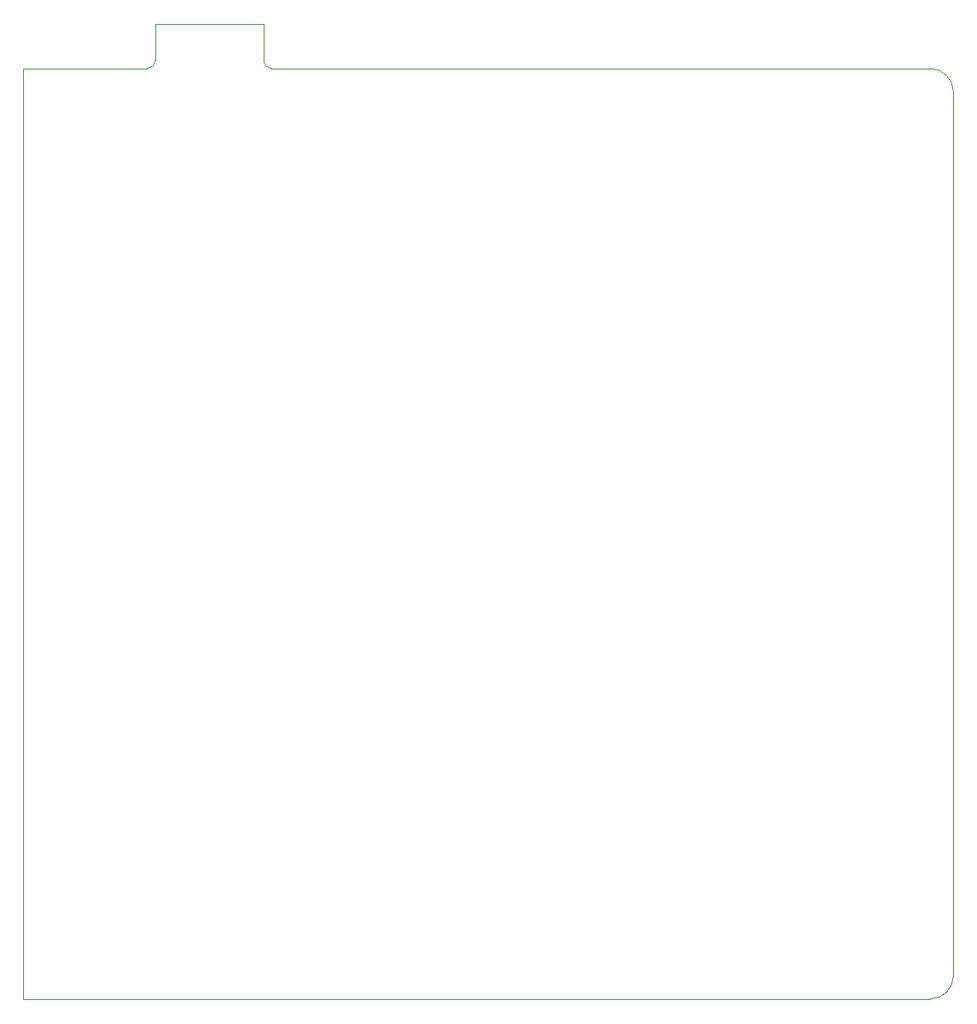
<source format=gm1>
%TF.GenerationSoftware,KiCad,Pcbnew,(5.1.12)-1*%
%TF.CreationDate,2022-01-04T22:53:54-05:00*%
%TF.ProjectId,my-keeb-type-c-2,6d792d6b-6565-4622-9d74-7970652d632d,rev?*%
%TF.SameCoordinates,Original*%
%TF.FileFunction,Profile,NP*%
%FSLAX46Y46*%
G04 Gerber Fmt 4.6, Leading zero omitted, Abs format (unit mm)*
G04 Created by KiCad (PCBNEW (5.1.12)-1) date 2022-01-04 22:53:54*
%MOMM*%
%LPD*%
G01*
G04 APERTURE LIST*
%TA.AperFunction,Profile*%
%ADD10C,0.050000*%
%TD*%
G04 APERTURE END LIST*
D10*
X129381250Y-21431250D02*
X116681250Y-21431250D01*
X116681250Y-116713000D02*
X116681250Y-21431250D01*
X142081250Y-21431250D02*
G75*
G02*
X141287500Y-20637500I0J793750D01*
G01*
X130175000Y-16891000D02*
X130175000Y-20637500D01*
X130175000Y-20637500D02*
G75*
G02*
X129381250Y-21431250I-793750J0D01*
G01*
X141287500Y-16891000D02*
X130175000Y-16891000D01*
X141287500Y-20637500D02*
X141287500Y-16891000D01*
X211931250Y-114300000D02*
X211931250Y-23812500D01*
X209550000Y-116681250D02*
X116681250Y-116713000D01*
X211931250Y-114300000D02*
G75*
G02*
X209550000Y-116681250I-2381250J0D01*
G01*
X142081250Y-21431250D02*
X209550000Y-21431250D01*
X209550000Y-21431250D02*
G75*
G02*
X211931250Y-23812500I0J-2381250D01*
G01*
M02*

</source>
